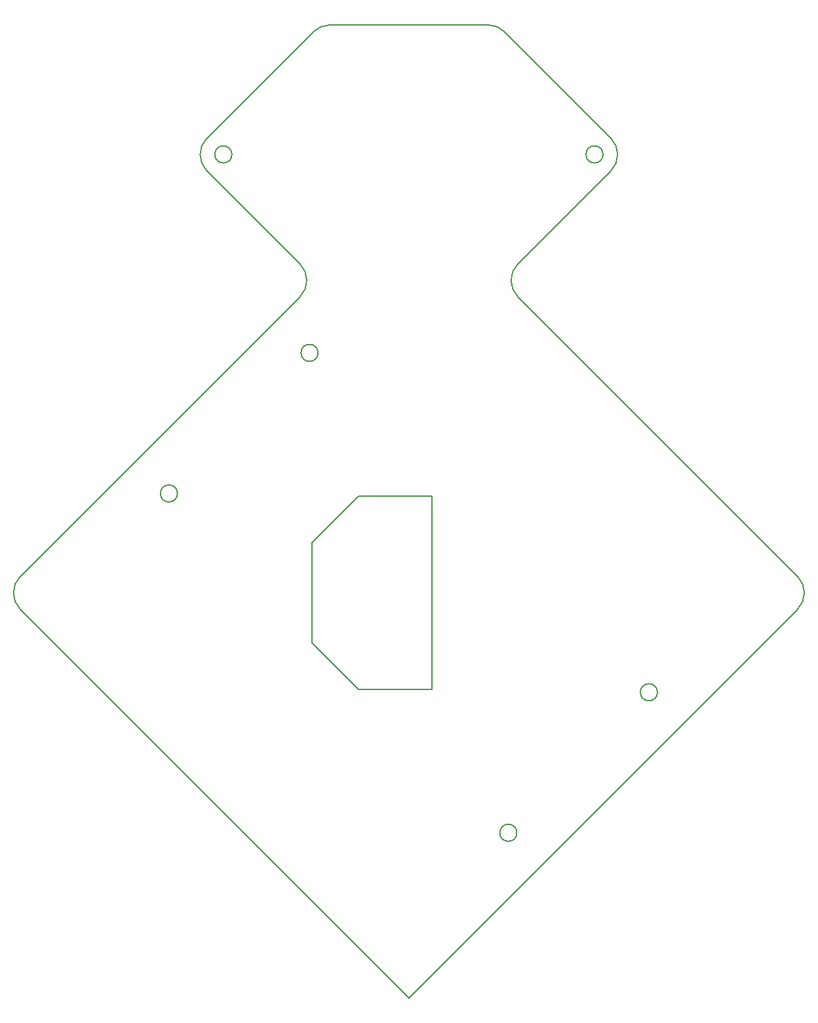
<source format=gbr>
%TF.GenerationSoftware,KiCad,Pcbnew,7.0.11*%
%TF.CreationDate,2025-06-24T23:15:39+09:00*%
%TF.ProjectId,Drive,44726976-652e-46b6-9963-61645f706362,rev?*%
%TF.SameCoordinates,Original*%
%TF.FileFunction,Profile,NP*%
%FSLAX46Y46*%
G04 Gerber Fmt 4.6, Leading zero omitted, Abs format (unit mm)*
G04 Created by KiCad (PCBNEW 7.0.11) date 2025-06-24 23:15:39*
%MOMM*%
%LPD*%
G01*
G04 APERTURE LIST*
%TA.AperFunction,Profile*%
%ADD10C,0.200000*%
%TD*%
%TA.AperFunction,Profile*%
%ADD11C,0.150000*%
%TD*%
G04 APERTURE END LIST*
D10*
X140940620Y-145000000D02*
G75*
G03*
X138740620Y-145000000I-1100000J0D01*
G01*
X138740620Y-145000000D02*
G75*
G03*
X140940620Y-145000000I1100000J0D01*
G01*
X177204581Y-111878680D02*
X141071425Y-75745523D01*
X115259380Y-83000000D02*
G75*
G03*
X113059380Y-83000000I-1100000J0D01*
G01*
X113059380Y-83000000D02*
G75*
G03*
X115259380Y-83000000I1100000J0D01*
G01*
X177204581Y-116121320D02*
G75*
G03*
X177204581Y-111878680I-2121321J2121320D01*
G01*
X141071425Y-71502882D02*
X153092240Y-59482067D01*
X116751094Y-40638734D02*
G75*
G03*
X114629775Y-41517414I-2J-2999993D01*
G01*
X112928575Y-75745523D02*
X76795419Y-111878680D01*
X127000000Y-166325902D02*
X177204581Y-116121320D01*
X137248906Y-40638733D02*
X116751094Y-40638733D01*
X97100000Y-101159380D02*
G75*
G03*
X94900000Y-101159380I-1100000J0D01*
G01*
X94900000Y-101159380D02*
G75*
G03*
X97100000Y-101159380I1100000J0D01*
G01*
X159100000Y-126840620D02*
G75*
G03*
X156900000Y-126840620I-1100000J0D01*
G01*
X156900000Y-126840620D02*
G75*
G03*
X159100000Y-126840620I1100000J0D01*
G01*
X152070920Y-57360747D02*
G75*
G03*
X149870920Y-57360747I-1100000J0D01*
G01*
X149870920Y-57360747D02*
G75*
G03*
X152070920Y-57360747I1100000J0D01*
G01*
X139370237Y-41517402D02*
G75*
G03*
X137248906Y-40638733I-2121337J-2121398D01*
G01*
X141071423Y-71502880D02*
G75*
G03*
X141071425Y-75745523I2121307J-2121320D01*
G01*
X100907760Y-59482067D02*
X112928575Y-71502882D01*
X114629774Y-41517413D02*
X100907760Y-55239426D01*
X153092240Y-55239426D02*
X139370226Y-41517413D01*
X100907760Y-55239426D02*
G75*
G03*
X100907760Y-59482067I2121320J-2121320D01*
G01*
D11*
X130000000Y-126498000D02*
X120500000Y-126498000D01*
X114500000Y-120500000D01*
X114500000Y-107500000D01*
X120500000Y-101500000D01*
X130000000Y-101500000D01*
X130000000Y-126498000D01*
D10*
X76795419Y-116121320D02*
X127000000Y-166325902D01*
X153092243Y-59482070D02*
G75*
G03*
X153092240Y-55239426I-2121313J2121320D01*
G01*
X104129080Y-57360747D02*
G75*
G03*
X101929080Y-57360747I-1100000J0D01*
G01*
X101929080Y-57360747D02*
G75*
G03*
X104129080Y-57360747I1100000J0D01*
G01*
X76795419Y-111878680D02*
G75*
G03*
X76795419Y-116121320I2121318J-2121320D01*
G01*
X112928574Y-75745522D02*
G75*
G03*
X112928575Y-71502882I-2121319J2121320D01*
G01*
M02*

</source>
